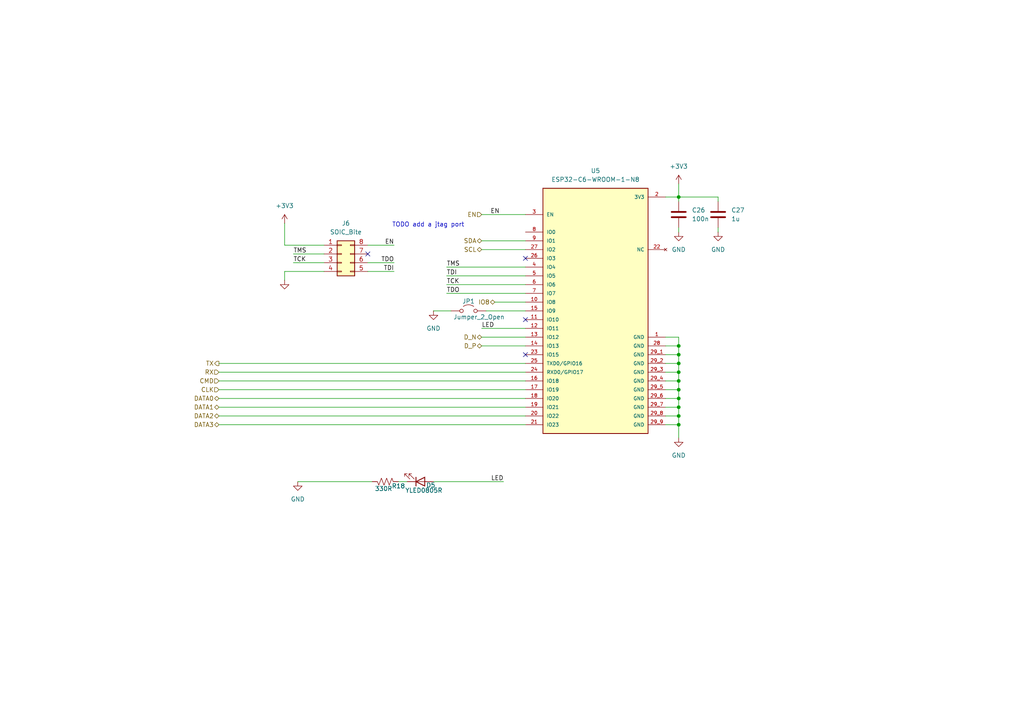
<source format=kicad_sch>
(kicad_sch (version 20231120) (generator "eeschema") (generator_version "8.0")
  (paper "A4")
  (title_block (title "Emergency Linux Computer") (date "2024-11-21") (rev "B"))
  (lib_symbols
    (symbol "Connector_Generic:Conn_02x04_Counter_Clockwise" (pin_names (offset 1.016) hide)
      (property "Reference" "J" (at 1.27 5.08 0))
      (property "Value" "Conn_02x04_Counter_Clockwise" (at 1.27 -7.62 0))
      (symbol "Conn_02x04_Counter_Clockwise_1_1"
        (rectangle (start -1.27 -4.953) (end 0 -5.207) (stroke (width 0.1524)))
        (rectangle (start -1.27 -2.413) (end 0 -2.667) (stroke (width 0.1524)))
        (rectangle (start -1.27 0.127) (end 0 -0.127) (stroke (width 0.1524)))
        (rectangle (start -1.27 2.667) (end 0 2.413) (stroke (width 0.1524)))
        (rectangle (start -1.27 3.81) (end 3.81 -6.35) (stroke (width 0.254)) (fill (type background)))
        (rectangle (start 3.81 -4.953) (end 2.54 -5.207) (stroke (width 0.1524)))
        (rectangle (start 3.81 -2.413) (end 2.54 -2.667) (stroke (width 0.1524)))
        (rectangle (start 3.81 0.127) (end 2.54 -0.127) (stroke (width 0.1524)))
        (rectangle (start 3.81 2.667) (end 2.54 2.413) (stroke (width 0.1524)))
        (pin passive line (at -5.08 2.54 0) (length 3.81) (name "Pin_1") (number "1"))
        (pin passive line (at -5.08 0 0) (length 3.81) (name "Pin_2") (number "2"))
        (pin passive line (at -5.08 -2.54 0) (length 3.81) (name "Pin_3") (number "3"))
        (pin passive line (at -5.08 -5.08 0) (length 3.81) (name "Pin_4") (number "4"))
        (pin passive line (at 7.62 -5.08 180) (length 3.81) (name "Pin_5") (number "5"))
        (pin passive line (at 7.62 -2.54 180) (length 3.81) (name "Pin_6") (number "6"))
        (pin passive line (at 7.62 0 180) (length 3.81) (name "Pin_7") (number "7"))
        (pin passive line (at 7.62 2.54 180) (length 3.81) (name "Pin_8") (number "8"))
      )
    )
    (symbol "Device:C" (pin_numbers hide) (pin_names (offset 0.254))
      (property "Reference" "C" (at 0.635 2.54 0))
      (property "Value" "C" (at 0.635 -2.54 0))
      (symbol "C_0_1"
        (polyline (pts (xy -2.032 -0.762) (xy 2.032 -0.762)) (stroke (width 0.508)))
        (polyline (pts (xy -2.032 0.762) (xy 2.032 0.762)) (stroke (width 0.508)))
      )
      (symbol "C_1_1"
        (pin passive line (at 0 3.81 270) (length 2.794) (name "~") (number "1"))
        (pin passive line (at 0 -3.81 90) (length 2.794) (name "~") (number "2"))
      )
    )
    (symbol "Device:LED" (pin_numbers hide) (pin_names (offset 1.016) hide)
      (property "Reference" "D" (at 0 2.54 0))
      (property "Value" "LED" (at 0 -2.54 0))
      (symbol "LED_0_1"
        (polyline (pts (xy -1.27 -1.27) (xy -1.27 1.27)) (stroke (width 0.254)))
        (polyline (pts (xy -1.27 0) (xy 1.27 0)))
        (polyline (pts (xy 1.27 -1.27) (xy 1.27 1.27) (xy -1.27 0) (xy 1.27 -1.27)) (stroke (width 0.254)))
        (polyline (pts (xy -3.048 -0.762) (xy -4.572 -2.286) (xy -3.81 -2.286) (xy -4.572 -2.286) (xy -4.572 -1.524)))
        (polyline (pts (xy -1.778 -0.762) (xy -3.302 -2.286) (xy -2.54 -2.286) (xy -3.302 -2.286) (xy -3.302 -1.524)))
      )
      (symbol "LED_1_1"
        (pin passive line (at -3.81 0 0) (length 2.54) (name "K") (number "1"))
        (pin passive line (at 3.81 0 180) (length 2.54) (name "A") (number "2"))
      )
    )
    (symbol "Device:R_US" (pin_numbers hide) (pin_names (offset 0))
      (property "Reference" "R" (at 2.54 0 90))
      (property "Value" "R_US" (at -2.54 0 90))
      (symbol "R_US_0_1"
        (polyline (pts (xy 0 -2.286) (xy 0 -2.54)))
        (polyline (pts (xy 0 2.286) (xy 0 2.54)))
        (polyline (pts (xy 0 -0.762) (xy 1.016 -1.143) (xy 0 -1.524) (xy -1.016 -1.905) (xy 0 -2.286)))
        (polyline (pts (xy 0 0.762) (xy 1.016 0.381) (xy 0 0) (xy -1.016 -0.381) (xy 0 -0.762)))
        (polyline (pts (xy 0 2.286) (xy 1.016 1.905) (xy 0 1.524) (xy -1.016 1.143) (xy 0 0.762)))
      )
      (symbol "R_US_1_1"
        (pin passive line (at 0 3.81 270) (length 1.27) (name "~") (number "1"))
        (pin passive line (at 0 -3.81 90) (length 1.27) (name "~") (number "2"))
      )
    )
    (symbol "ESP32-C6-WROOM-1-N8:ESP32-C6-WROOM-1-N8" (pin_names (offset 1.016))
      (property "Reference" "U" (at -15.24 23.622 0))
      (property "Value" "ESP32-C6-WROOM-1-N8" (at -15.24 -50.8 0))
      (symbol "ESP32-C6-WROOM-1-N8_0_0"
        (rectangle (start -15.24 22.86) (end 15.24 -48.26) (stroke (width 0.254)) (fill (type background)))
        (pin power_in line (at 20.32 -20.32 180) (length 5.08) (name "GND") (number "1"))
        (pin bidirectional line (at -20.32 -10.16 0) (length 5.08) (name "IO8") (number "10"))
        (pin bidirectional line (at -20.32 -15.24 0) (length 5.08) (name "IO10") (number "11"))
        (pin bidirectional line (at -20.32 -17.78 0) (length 5.08) (name "IO11") (number "12"))
        (pin bidirectional line (at -20.32 -20.32 0) (length 5.08) (name "IO12") (number "13"))
        (pin bidirectional line (at -20.32 -22.86 0) (length 5.08) (name "IO13") (number "14"))
        (pin bidirectional line (at -20.32 -12.7 0) (length 5.08) (name "IO9") (number "15"))
        (pin bidirectional line (at -20.32 -33.02 0) (length 5.08) (name "IO18") (number "16"))
        (pin bidirectional line (at -20.32 -35.56 0) (length 5.08) (name "IO19") (number "17"))
        (pin bidirectional line (at -20.32 -38.1 0) (length 5.08) (name "IO20") (number "18"))
        (pin bidirectional line (at -20.32 -40.64 0) (length 5.08) (name "IO21") (number "19"))
        (pin power_in line (at 20.32 20.32 180) (length 5.08) (name "3V3") (number "2"))
        (pin bidirectional line (at -20.32 -43.18 0) (length 5.08) (name "IO22") (number "20"))
        (pin bidirectional line (at -20.32 -45.72 0) (length 5.08) (name "IO23") (number "21"))
        (pin no_connect line (at 20.32 5.08 180) (length 5.08) (name "NC") (number "22"))
        (pin bidirectional line (at -20.32 -25.4 0) (length 5.08) (name "IO15") (number "23"))
        (pin bidirectional line (at -20.32 -30.48 0) (length 5.08) (name "RXD0/GPIO17") (number "24"))
        (pin bidirectional line (at -20.32 -27.94 0) (length 5.08) (name "TXD0/GPIO16") (number "25"))
        (pin bidirectional line (at -20.32 2.54 0) (length 5.08) (name "IO3") (number "26"))
        (pin bidirectional line (at -20.32 5.08 0) (length 5.08) (name "IO2") (number "27"))
        (pin input line (at -20.32 15.24 0) (length 5.08) (name "EN") (number "3"))
        (pin bidirectional line (at -20.32 0 0) (length 5.08) (name "IO4") (number "4"))
        (pin bidirectional line (at -20.32 -2.54 0) (length 5.08) (name "IO5") (number "5"))
        (pin bidirectional line (at -20.32 -5.08 0) (length 5.08) (name "IO6") (number "6"))
        (pin bidirectional line (at -20.32 -7.62 0) (length 5.08) (name "IO7") (number "7"))
        (pin bidirectional line (at -20.32 10.16 0) (length 5.08) (name "IO0") (number "8"))
        (pin bidirectional line (at -20.32 7.62 0) (length 5.08) (name "IO1") (number "9"))
      )
      (symbol "ESP32-C6-WROOM-1-N8_1_0"
        (pin power_in line (at 20.32 -22.86 180) (length 5.08) (name "GND") (number "28"))
        (pin power_in line (at 20.32 -25.4 180) (length 5.08) (name "GND") (number "29_1"))
        (pin power_in line (at 20.32 -27.94 180) (length 5.08) (name "GND") (number "29_2"))
        (pin power_in line (at 20.32 -30.48 180) (length 5.08) (name "GND") (number "29_3"))
        (pin power_in line (at 20.32 -33.02 180) (length 5.08) (name "GND") (number "29_4"))
        (pin power_in line (at 20.32 -35.56 180) (length 5.08) (name "GND") (number "29_5"))
        (pin power_in line (at 20.32 -38.1 180) (length 5.08) (name "GND") (number "29_6"))
        (pin power_in line (at 20.32 -40.64 180) (length 5.08) (name "GND") (number "29_7"))
        (pin power_in line (at 20.32 -43.18 180) (length 5.08) (name "GND") (number "29_8"))
        (pin power_in line (at 20.32 -45.72 180) (length 5.08) (name "GND") (number "29_9"))
      )
    )
    (symbol "Jumper:Jumper_2_Open" (pin_numbers hide) (pin_names (offset 0) hide) (exclude_from_sim yes)
      (property "Reference" "JP" (at 0 2.794 0))
      (property "Value" "Jumper_2_Open" (at 0 -2.286 0))
      (symbol "Jumper_2_Open_0_0"
        (circle (center -2.032 0) (radius 0.508))
        (circle (center 2.032 0) (radius 0.508))
      )
      (symbol "Jumper_2_Open_0_1"
        (arc (start 1.524 1.27) (mid 0 1.778) (end -1.524 1.27))
      )
      (symbol "Jumper_2_Open_1_1"
        (pin passive line (at -5.08 0 0) (length 2.54) (name "A") (number "1"))
        (pin passive line (at 5.08 0 180) (length 2.54) (name "B") (number "2"))
      )
    )
    (symbol "power:+3V3" (power) (pin_numbers hide) (pin_names (offset 0) hide)
      (property "Value" "+3V3" (at 0 3.556 0))
      (symbol "+3V3_0_1"
        (polyline (pts (xy -0.762 1.27) (xy 0 2.54)))
        (polyline (pts (xy 0 0) (xy 0 2.54)))
        (polyline (pts (xy 0 2.54) (xy 0.762 1.27)))
      )
      (symbol "+3V3_1_1"
        (pin power_in line (at 0 0 90) (length 0) (name "~") (number "1"))
      )
    )
    (symbol "power:GND" (power) (pin_numbers hide) (pin_names (offset 0) hide)
      (property "Value" "GND" (at 0 -3.81 0))
      (symbol "GND_0_1"
        (polyline (pts (xy 0 0) (xy 0 -1.27) (xy 1.27 -1.27) (xy 0 -2.54) (xy -1.27 -1.27) (xy 0 -1.27)))
      )
      (symbol "GND_1_1"
        (pin power_in line (at 0 0 270) (length 0) (name "~") (number "1"))
      )
    )
  )
  (junction (at 196.85 102.87))
  (junction (at 196.85 113.03))
  (junction (at 196.85 100.33))
  (junction (at 196.85 57.15))
  (junction (at 196.85 105.41))
  (junction (at 196.85 115.57))
  (junction (at 196.85 107.95))
  (junction (at 196.85 110.49))
  (junction (at 196.85 120.65))
  (junction (at 196.85 123.19))
  (junction (at 196.85 118.11))
  (no_connect (at 152.4 74.93))
  (no_connect (at 106.68 73.66))
  (no_connect (at 152.4 102.87))
  (no_connect (at 152.4 92.71))
  (wire (pts (xy 196.85 120.65) (xy 196.85 123.19)))
  (wire (pts (xy 208.28 57.15) (xy 196.85 57.15)))
  (wire (pts (xy 140.97 90.17) (xy 152.4 90.17)))
  (wire (pts (xy 85.09 73.66) (xy 93.98 73.66)))
  (wire (pts (xy 106.68 78.74) (xy 114.3 78.74)))
  (wire (pts (xy 82.55 81.28) (xy 82.55 78.74)))
  (wire (pts (xy 139.7 62.23) (xy 152.4 62.23)))
  (wire (pts (xy 63.5 118.11) (xy 152.4 118.11)))
  (wire (pts (xy 196.85 102.87) (xy 196.85 100.33)))
  (wire (pts (xy 82.55 78.74) (xy 93.98 78.74)))
  (wire (pts (xy 193.04 115.57) (xy 196.85 115.57)))
  (wire (pts (xy 193.04 105.41) (xy 196.85 105.41)))
  (wire (pts (xy 196.85 105.41) (xy 196.85 102.87)))
  (wire (pts (xy 82.55 71.12) (xy 93.98 71.12)))
  (wire (pts (xy 196.85 57.15) (xy 196.85 53.34)))
  (wire (pts (xy 196.85 120.65) (xy 196.85 118.11)))
  (wire (pts (xy 129.54 80.01) (xy 152.4 80.01)))
  (wire (pts (xy 196.85 118.11) (xy 196.85 115.57)))
  (wire (pts (xy 139.7 97.79) (xy 152.4 97.79)))
  (wire (pts (xy 63.5 107.95) (xy 152.4 107.95)))
  (wire (pts (xy 196.85 107.95) (xy 196.85 105.41)))
  (wire (pts (xy 114.3 71.12) (xy 106.68 71.12)))
  (wire (pts (xy 196.85 113.03) (xy 196.85 110.49)))
  (wire (pts (xy 193.04 102.87) (xy 196.85 102.87)))
  (wire (pts (xy 129.54 82.55) (xy 152.4 82.55)))
  (wire (pts (xy 196.85 110.49) (xy 196.85 107.95)))
  (wire (pts (xy 193.04 107.95) (xy 196.85 107.95)))
  (wire (pts (xy 63.5 115.57) (xy 152.4 115.57)))
  (wire (pts (xy 63.5 120.65) (xy 152.4 120.65)))
  (wire (pts (xy 63.5 110.49) (xy 152.4 110.49)))
  (wire (pts (xy 139.7 69.85) (xy 152.4 69.85)))
  (wire (pts (xy 193.04 110.49) (xy 196.85 110.49)))
  (wire (pts (xy 107.95 139.7) (xy 86.36 139.7)))
  (wire (pts (xy 129.54 85.09) (xy 152.4 85.09)))
  (wire (pts (xy 139.7 95.25) (xy 152.4 95.25)))
  (wire (pts (xy 193.04 123.19) (xy 196.85 123.19)))
  (wire (pts (xy 139.7 72.39) (xy 152.4 72.39)))
  (wire (pts (xy 196.85 66.04) (xy 196.85 67.31)))
  (wire (pts (xy 193.04 57.15) (xy 196.85 57.15)))
  (wire (pts (xy 118.11 139.7) (xy 115.57 139.7)))
  (wire (pts (xy 114.3 76.2) (xy 106.68 76.2)))
  (wire (pts (xy 129.54 77.47) (xy 152.4 77.47)))
  (wire (pts (xy 82.55 64.77) (xy 82.55 71.12)))
  (wire (pts (xy 146.05 139.7) (xy 125.73 139.7)))
  (wire (pts (xy 85.09 76.2) (xy 93.98 76.2)))
  (wire (pts (xy 196.85 100.33) (xy 196.85 97.79)))
  (wire (pts (xy 196.85 97.79) (xy 193.04 97.79)))
  (wire (pts (xy 63.5 113.03) (xy 152.4 113.03)))
  (wire (pts (xy 196.85 57.15) (xy 196.85 58.42)))
  (wire (pts (xy 196.85 123.19) (xy 196.85 127)))
  (wire (pts (xy 125.73 90.17) (xy 130.81 90.17)))
  (wire (pts (xy 63.5 123.19) (xy 152.4 123.19)))
  (wire (pts (xy 208.28 58.42) (xy 208.28 57.15)))
  (wire (pts (xy 139.7 100.33) (xy 152.4 100.33)))
  (wire (pts (xy 193.04 113.03) (xy 196.85 113.03)))
  (wire (pts (xy 63.5 105.41) (xy 152.4 105.41)))
  (wire (pts (xy 143.51 87.63) (xy 152.4 87.63)))
  (wire (pts (xy 196.85 115.57) (xy 196.85 113.03)))
  (wire (pts (xy 193.04 118.11) (xy 196.85 118.11)))
  (wire (pts (xy 193.04 100.33) (xy 196.85 100.33)))
  (wire (pts (xy 208.28 66.04) (xy 208.28 67.31)))
  (wire (pts (xy 193.04 120.65) (xy 196.85 120.65)))
  (text "TODO add a jtag port\n" (at 124.206 65.278 0) (effects (font (size 1.27 1.27))))
  (label "TMS" (at 85.09 73.66 0))
  (label "TMS" (at 129.54 77.47 0))
  (label "TDO" (at 114.3 76.2 180))
  (label "TDI" (at 129.54 80.01 0))
  (label "TDI" (at 114.3 78.74 180))
  (label "TCK" (at 85.09 76.2 0))
  (label "LED" (at 146.05 139.7 180))
  (label "EN" (at 142.24 62.23 0))
  (label "TCK" (at 129.54 82.55 0))
  (label "EN" (at 114.3 71.12 180))
  (label "TDO" (at 129.54 85.09 0))
  (label "LED" (at 139.7 95.25 0))
  (hierarchical_label "DATA0" (shape bidirectional) (at 63.5 115.57 180))
  (hierarchical_label "DATA3" (shape bidirectional) (at 63.5 123.19 180))
  (hierarchical_label "D_N" (shape bidirectional) (at 139.7 97.79 180))
  (hierarchical_label "D_P" (shape bidirectional) (at 139.7 100.33 180))
  (hierarchical_label "RX" (shape input) (at 63.5 107.95 180))
  (hierarchical_label "DATA2" (shape bidirectional) (at 63.5 120.65 180))
  (hierarchical_label "EN" (shape input) (at 139.7 62.23 180))
  (hierarchical_label "IO8" (shape bidirectional) (at 143.51 87.63 180))
  (hierarchical_label "SDA" (shape bidirectional) (at 139.7 69.85 180))
  (hierarchical_label "CLK" (shape input) (at 63.5 113.03 180))
  (hierarchical_label "TX" (shape output) (at 63.5 105.41 180))
  (hierarchical_label "DATA1" (shape bidirectional) (at 63.5 118.11 180))
  (hierarchical_label "SCL" (shape bidirectional) (at 139.7 72.39 180))
  (hierarchical_label "CMD" (shape input) (at 63.5 110.49 180))
  (symbol (lib_id "ESP32-C6-WROOM-1-N8:ESP32-C6-WROOM-1-N8") (at 172.72 77.47 0) (unit 1)
    (property "Reference" "U5" (at 172.72 49.53 0))
    (property "Value" "ESP32-C6-WROOM-1-N8" (at 172.72 52.07 0))
    (property "Footprint" "Library:XCVR_ESP32-C6-WROOM-1-N8" (effects (hide yes)))
    (property "PARTREV" "1.0" (effects (hide yes)))
    (property "STANDARD" "Manufacturer Recommendations" (effects (hide yes)))
    (property "MAXIMUM_PACKAGE_HEIGHT" "3.25mm" (effects (hide yes)))
    (property "MANUFACTURER" "Espressif Systems" (effects (hide yes)))
  )
  (symbol (lib_id "power:GND") (at 208.28 67.31 0) (unit 1)
    (property "Reference" "#PWR074" (effects (hide yes)))
    (property "Value" "GND" (at 208.28 72.39 0))
    (property "Description" "Power symbol creates a global label with name \"GND\" , ground" (effects (hide yes)))
  )
  (symbol (lib_id "Device:R_US") (at 111.76 139.7 270) (mirror x) (unit 1)
    (property "Reference" "R18" (at 115.57 140.97 90))
    (property "Value" "330R" (at 111.252 141.732 90))
    (property "Footprint" "Resistor_SMD:R_0805_2012Metric" (effects (hide yes)))
    (property "Description" "Resistor, US symbol" (effects (hide yes)))
  )
  (symbol (lib_id "power:GND") (at 82.55 81.28 0) (unit 1)
    (property "Reference" "#PWR075" (effects (hide yes)))
    (property "Value" "GND" (effects (hide yes)))
    (property "Description" "Power symbol creates a global label with name \"GND\" , ground" (effects (hide yes)))
  )
  (symbol (lib_id "power:GND") (at 86.36 139.7 0) (mirror y) (unit 1)
    (property "Reference" "#PWR078" (effects (hide yes)))
    (property "Value" "GND" (at 86.36 144.78 0))
    (property "Description" "Power symbol creates a global label with name \"GND\" , ground" (effects (hide yes)))
  )
  (symbol (lib_id "Device:C") (at 196.85 62.23 0) (unit 1)
    (property "Reference" "C26" (at 200.66 60.9599 0) (effects (justify left)))
    (property "Value" "100n" (at 200.66 63.4999 0) (effects (justify left)))
    (property "Footprint" "Capacitor_SMD:C_0201_0603Metric" (effects (hide yes)))
    (property "Description" "Unpolarized capacitor" (effects (hide yes)))
  )
  (symbol (lib_id "Connector_Generic:Conn_02x04_Counter_Clockwise") (at 99.06 73.66 0) (unit 1)
    (property "Reference" "J6" (at 100.33 64.77 0))
    (property "Value" "SOIC_Bite" (at 100.33 67.31 0))
    (property "Footprint" "SOICBite:SOIC_clipProgSmall" (effects (hide yes)))
    (property "Description" "Generic connector, double row, 02x04, counter clockwise pin numbering scheme (similar to DIP package numbering), script generated (kicad-library-utils/schlib/autogen/connector/)" (effects (hide yes)))
  )
  (symbol (lib_id "Device:C") (at 208.28 62.23 0) (unit 1)
    (property "Reference" "C27" (at 212.09 60.9599 0) (effects (justify left)))
    (property "Value" "1u" (at 212.09 63.4999 0) (effects (justify left)))
    (property "Footprint" "Capacitor_SMD:C_0603_1608Metric" (effects (hide yes)))
    (property "Description" "Unpolarized capacitor" (effects (hide yes)))
  )
  (symbol (lib_id "Jumper:Jumper_2_Open") (at 135.89 90.17 0) (unit 1) (exclude_from_sim yes)
    (property "Reference" "JP1" (at 135.89 87.376 0))
    (property "Value" "Jumper_2_Open" (at 138.938 91.948 0))
    (property "Footprint" "Jumper:SolderJumper-2_P1.3mm_Open_Pad1.0x1.5mm" (effects (hide yes)))
    (property "Description" "Jumper, 2-pole, open" (effects (hide yes)))
  )
  (symbol (lib_id "Device:LED") (at 121.92 139.7 0) (mirror x) (unit 1)
    (property "Reference" "D5" (at 124.968 140.716 0))
    (property "Value" "YLED0805R" (at 122.936 142.24 0))
    (property "Footprint" "LED_SMD:LED_0805_2012Metric" (effects (hide yes)))
    (property "Description" "Light emitting diode" (effects (hide yes)))
  )
  (symbol (lib_id "power:GND") (at 196.85 127 0) (unit 1)
    (property "Reference" "#PWR077" (effects (hide yes)))
    (property "Value" "GND" (at 196.85 132.08 0))
    (property "Description" "Power symbol creates a global label with name \"GND\" , ground" (effects (hide yes)))
  )
  (symbol (lib_id "power:+3V3") (at 82.55 64.77 0) (unit 1)
    (property "Reference" "#PWR072" (effects (hide yes)))
    (property "Value" "+3V3" (at 82.55 59.69 0))
    (property "Description" "Power symbol creates a global label with name \"+3V3\"" (effects (hide yes)))
  )
  (symbol (lib_id "power:GND") (at 125.73 90.17 0) (unit 1)
    (property "Reference" "#PWR076" (effects (hide yes)))
    (property "Value" "GND" (at 125.73 95.25 0))
    (property "Description" "Power symbol creates a global label with name \"GND\" , ground" (effects (hide yes)))
  )
  (symbol (lib_id "power:GND") (at 196.85 67.31 0) (unit 1)
    (property "Reference" "#PWR073" (effects (hide yes)))
    (property "Value" "GND" (at 196.85 72.39 0))
    (property "Description" "Power symbol creates a global label with name \"GND\" , ground" (effects (hide yes)))
  )
  (symbol (lib_id "power:+3V3") (at 196.85 53.34 0) (unit 1)
    (property "Reference" "#PWR071" (effects (hide yes)))
    (property "Value" "+3V3" (at 196.85 48.26 0))
    (property "Description" "Power symbol creates a global label with name \"+3V3\"" (effects (hide yes)))
  )
)
</source>
